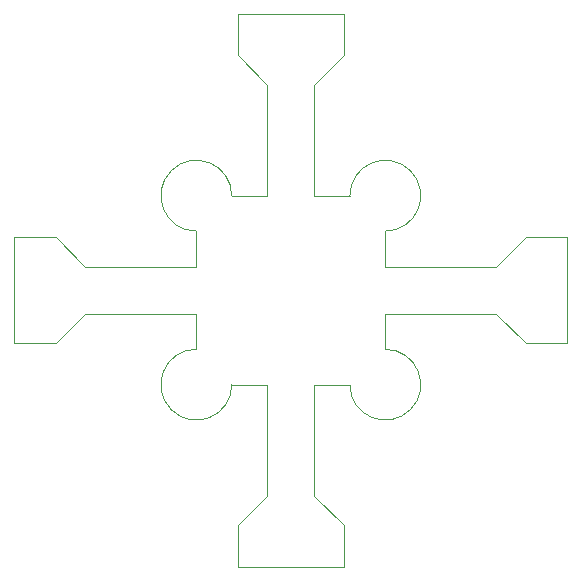
<source format=gbr>
%TF.GenerationSoftware,KiCad,Pcbnew,9.0.1*%
%TF.CreationDate,2025-04-07T22:57:10-07:00*%
%TF.ProjectId,Piramide_Del_Sol,50697261-6d69-4646-955f-44656c5f536f,3.2*%
%TF.SameCoordinates,Original*%
%TF.FileFunction,Profile,NP*%
%FSLAX46Y46*%
G04 Gerber Fmt 4.6, Leading zero omitted, Abs format (unit mm)*
G04 Created by KiCad (PCBNEW 9.0.1) date 2025-04-07 22:57:10*
%MOMM*%
%LPD*%
G01*
G04 APERTURE LIST*
%TA.AperFunction,Profile*%
%ADD10C,0.100000*%
%TD*%
G04 APERTURE END LIST*
D10*
X155400000Y-100000000D02*
X146000000Y-100000000D01*
X140000000Y-80600000D02*
X142500000Y-78100000D01*
X142500000Y-121400000D02*
X133500000Y-121400000D01*
X136000000Y-115400000D02*
X133500000Y-117900000D01*
X136000000Y-115400000D02*
X136000000Y-106000000D01*
X133500000Y-121400000D02*
X133500000Y-117900000D01*
X161400000Y-102500000D02*
X161400000Y-93500000D01*
X136000000Y-80600000D02*
X133500000Y-78100000D01*
X140000000Y-80600000D02*
X140000000Y-90000000D01*
X130000000Y-100000000D02*
X120600000Y-100000000D01*
X146000000Y-96000000D02*
X155400000Y-96000000D01*
X157900000Y-102500000D02*
X161400000Y-102500000D01*
X133500000Y-74600000D02*
X142500000Y-74600000D01*
X143000000Y-90000000D02*
G75*
G02*
X146000000Y-93000000I3000000J0D01*
G01*
X130000000Y-93000000D02*
G75*
G02*
X133000000Y-90000000I0J3000000D01*
G01*
X118100000Y-102500000D02*
X114600000Y-102500000D01*
X136000000Y-90000000D02*
X136000000Y-80600000D01*
X136000000Y-106000000D02*
X133000000Y-106000000D01*
X130000000Y-96000000D02*
X130000000Y-93000000D01*
X114600000Y-102500000D02*
X114600000Y-93500000D01*
X143000000Y-106000000D02*
X140000000Y-106000000D01*
X146000000Y-103000000D02*
G75*
G02*
X143000000Y-106000000I0J-3000000D01*
G01*
X146000000Y-93000000D02*
X146000000Y-96000000D01*
X120600000Y-96000000D02*
X130000000Y-96000000D01*
X161400000Y-93500000D02*
X157900000Y-93500000D01*
X133500000Y-78100000D02*
X133500000Y-74600000D01*
X140000000Y-90000000D02*
X143000000Y-90000000D01*
X114600000Y-93500000D02*
X118100000Y-93500000D01*
X155400000Y-96000000D02*
X157900000Y-93500000D01*
X120600000Y-96000000D02*
X118100000Y-93500000D01*
X133000000Y-106000000D02*
G75*
G02*
X130000000Y-103000000I-3000000J0D01*
G01*
X142500000Y-74600000D02*
X142500000Y-78100000D01*
X142500000Y-117900000D02*
X142500000Y-121400000D01*
X140000000Y-115400000D02*
X142500000Y-117900000D01*
X155400000Y-100000000D02*
X157900000Y-102500000D01*
X136000000Y-90000000D02*
X133000000Y-90000000D01*
X140000000Y-106000000D02*
X140000000Y-115400000D01*
X130000000Y-103000000D02*
X130000000Y-100000000D01*
X120600000Y-100000000D02*
X118100000Y-102500000D01*
X146000000Y-100000000D02*
X146000000Y-103000000D01*
M02*

</source>
